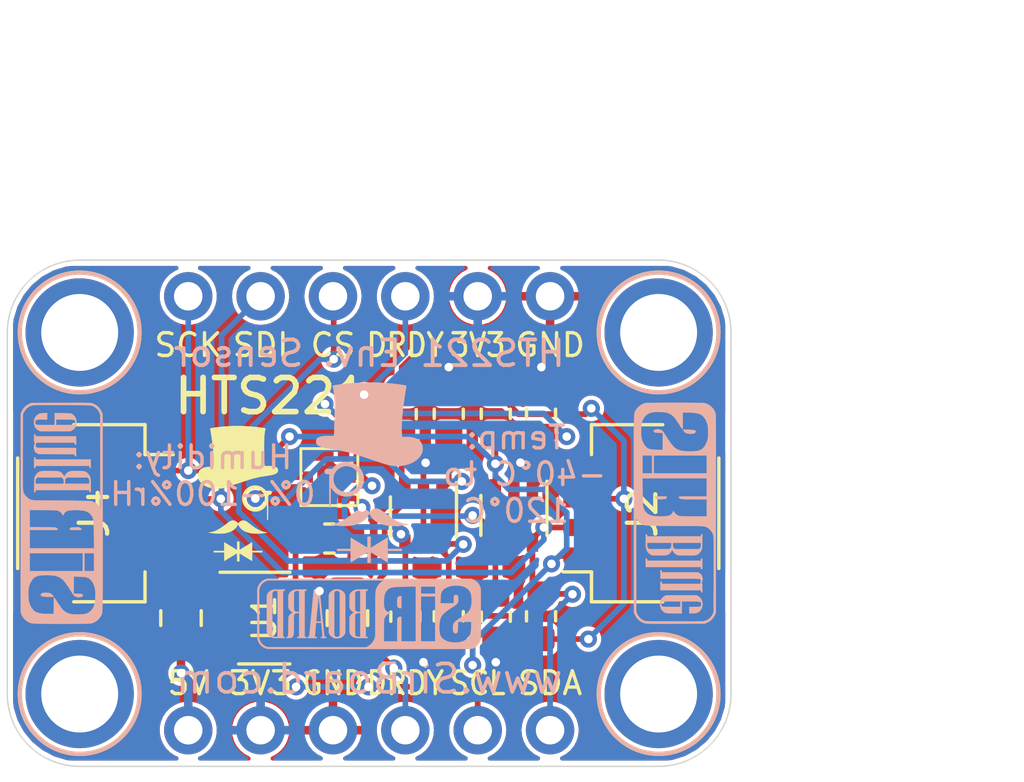
<source format=kicad_pcb>
(kicad_pcb (version 20171130) (host pcbnew "(5.1.2)-2")
  (title_block (title "HTS221 Breakout with 5V Level Shift") (date 2020-03-19) (rev 1) (company SirBoard) (comment 1 www.SirBoard.com) (comment 2 "16 Bit Temperature Range Extending from -40°C to +120°C") (comment 3 "16 Bit Humidity Range Extending from 0% rH to 100% rH") (comment 4 "HTS221 - SirBlue"))
  (layers (0 F.Cu signal) (31 B.Cu signal) (34 B.Paste user hide) (35 F.Paste user hide) (36 B.SilkS user) (37 F.SilkS user) (38 B.Mask user hide) (39 F.Mask user hide) (44 Edge.Cuts user))
  (net 0 "")
  (net 1 GND)
  (net 2 5V)
  (net 3 3V3)
  (net 4 "Net-(U1-Pad4)")
  (net 5 SCL_5V)
  (net 6 SDA_3V3)
  (net 7 SDA_5V)
  (net 8 SCL_3V3)
  (net 9 CS_5V)
  (net 10 CS_3V3)
  (net 11 DRDY_5V)
  (net 12 DRDY_3V3)
  (module SirBoardLibrary:HLGA-6L_2mmX2mm_P=0.75mm (layer F.Cu) (at 63.881 34.6964 90)
    (fp_text reference U2 hide)
    (fp_text value HTS221 hide)
    (pad 6 smd rect (at 0 -0.75) (size 0.35 0.4) (layers F.Cu F.Paste F.Mask) (net 10 CS_3V3))
    (pad 5 smd rect (at 0.75 -0.5 270) (size 0.35 0.4) (layers F.Cu F.Paste F.Mask) (net 1 GND))
    (pad 4 smd rect (at 0.75 0.5 270) (size 0.35 0.4) (layers F.Cu F.Paste F.Mask) (net 6 SDA_3V3))
    (pad 3 smd rect (at 0 0.75 180) (size 0.35 0.4) (layers F.Cu F.Paste F.Mask) (net 12 DRDY_3V3))
    (pad 2 smd rect (at -0.75 0.5 90) (size 0.35 0.4) (layers F.Cu F.Paste F.Mask) (net 8 SCL_3V3))
    (pad 1 smd rect (at -0.75 -0.5 90) (size 0.35 0.4) (layers F.Cu F.Paste F.Mask) (net 3 3V3))
  )
  (module Connector_PinHeader_2.54mm:PinHeader_1x06_P2.54mm_Vertical (layer B.Cu) (at 58.928 28.3464 270)
    (fp_text reference J3 hide)
    (fp_text value Conn_01x06)
    (pad 6 thru_hole oval (at 0 -12.7 270) (size 1.7 1.7) (drill 1) (layers *.Cu *.Mask) (net 1 GND))
    (pad 5 thru_hole oval (at 0 -10.16 270) (size 1.7 1.7) (drill 1) (layers *.Cu *.Mask) (net 3 3V3))
    (pad 4 thru_hole oval (at 0 -7.62 270) (size 1.7 1.7) (drill 1) (layers *.Cu *.Mask) (net 11 DRDY_5V))
    (pad 3 thru_hole oval (at 0 -5.08 270) (size 1.7 1.7) (drill 1) (layers *.Cu *.Mask) (net 9 CS_5V))
    (pad 2 thru_hole oval (at 0 -2.54 270) (size 1.7 1.7) (drill 1) (layers *.Cu *.Mask) (net 7 SDA_5V))
    (pad 1 thru_hole circle (at 0 0 270) (size 1.7 1.7) (drill 1) (layers *.Cu *.Mask) (net 5 SCL_5V))
  )
  (module logo:logo47x67 (layer F.Cu) (at 60.6806 35.2806)
    (fp_text reference G*** hide)
    (fp_text value LOGO hide)
  )
  (module Capacitor_SMD:C_0603_1608Metric (layer F.Cu) (at 63.881 36.8554)
    (fp_text reference C2 hide)
    (fp_text value 100nF)
    (pad 2 smd roundrect (at 0.7875 0) (size 0.875 0.95) (layers F.Cu F.Paste F.Mask) (net 1 GND))
    (pad 1 smd roundrect (at -0.7875 0) (size 0.875 0.95) (layers F.Cu F.Paste F.Mask) (net 3 3V3))
  )
  (module logo:SirBoard79x25 (layer B.Cu) (at 65.278 39.497 180)
    (fp_text reference G*** hide)
    (fp_text value LOGO hide)
  )
  (module logo:logo63x89 (layer B.Cu) (at 65.278 34.544 180)
    (fp_text reference G*** hide)
    (fp_text value LOGO hide)
  )
  (module logo:SirBlue78x29 (layer B.Cu) (at 76.0095 35.9664 270)
    (fp_text reference G*** hide)
    (fp_text value LOGO hide)
  )
  (module logo:SirBlue78x29 (layer B.Cu) (at 54.483 35.9664 90)
    (fp_text reference G*** hide)
    (fp_text value LOGO hide)
  )
  (module Connector_PinHeader_2.54mm:PinHeader_1x06_P2.54mm_Vertical (layer B.Cu) (at 58.928 43.5864 270)
    (fp_text reference J1 hide)
    (fp_text value Conn_01x06)
    (pad 6 thru_hole oval (at 0 -12.7 270) (size 1.7 1.7) (drill 1) (layers *.Cu *.Mask) (net 7 SDA_5V))
    (pad 5 thru_hole oval (at 0 -10.16 270) (size 1.7 1.7) (drill 1) (layers *.Cu *.Mask) (net 5 SCL_5V))
    (pad 4 thru_hole oval (at 0 -7.62 270) (size 1.7 1.7) (drill 1) (layers *.Cu *.Mask) (net 11 DRDY_5V))
    (pad 3 thru_hole oval (at 0 -5.08 270) (size 1.7 1.7) (drill 1) (layers *.Cu *.Mask) (net 1 GND))
    (pad 2 thru_hole oval (at 0 -2.54 270) (size 1.7 1.7) (drill 1) (layers *.Cu *.Mask) (net 3 3V3))
    (pad 1 thru_hole circle (at 0 0 270) (size 1.7 1.7) (drill 1) (layers *.Cu *.Mask) (net 2 5V))
  )
  (module Package_TO_SOT_SMD:SOT-23-5 (layer F.Cu) (at 61.595 39.6494)
    (fp_text reference U1 (at 0 0 90) (layer F.SilkS) (effects (font (size 0.8 0.8) (thickness 0.12))))
    (fp_text value AP2127K-3.3)
    (pad 5 smd rect (at 1.1 -0.95) (size 1.06 0.65) (layers F.Cu F.Paste F.Mask) (net 3 3V3))
    (pad 4 smd rect (at 1.1 0.95) (size 1.06 0.65) (layers F.Cu F.Paste F.Mask) (net 4 "Net-(U1-Pad4)"))
    (pad 3 smd rect (at -1.1 0.95) (size 1.06 0.65) (layers F.Cu F.Paste F.Mask) (net 2 5V))
    (pad 2 smd rect (at -1.1 0) (size 1.06 0.65) (layers F.Cu F.Paste F.Mask) (net 1 GND))
    (pad 1 smd rect (at -1.1 -0.95) (size 1.06 0.65) (layers F.Cu F.Paste F.Mask) (net 2 5V))
  )
  (module Connector_JST:JST_SH_SM04B-SRSS-TB_1x04-1MP_P1.00mm_Horizontal (layer F.Cu) (at 55.626 35.9664 270)
    (fp_text reference J4 (at 0 0 270) (layer F.SilkS))
    (fp_text value Conn_01x04)
    (pad MP smd roundrect (at 2.8 1.875 270) (size 1.2 1.8) (layers F.Cu F.Paste F.Mask) (roundrect_rratio 0.208333))
    (pad MP smd roundrect (at -2.8 1.875 270) (size 1.2 1.8) (layers F.Cu F.Paste F.Mask) (roundrect_rratio 0.208333))
    (pad 4 smd roundrect (at 1.5 -2 270) (size 0.6 1.55) (layers F.Cu F.Paste F.Mask) (net 1 GND))
    (pad 3 smd roundrect (at 0.5 -2 270) (size 0.6 1.55) (layers F.Cu F.Paste F.Mask) (net 2 5V))
    (pad 2 smd roundrect (at -0.5 -2 270) (size 0.6 1.55) (layers F.Cu F.Paste F.Mask) (net 7 SDA_5V))
    (pad 1 smd roundrect (at -1.5 -2 270) (size 0.6 1.55) (layers F.Cu F.Paste F.Mask) (net 5 SCL_5V))
  )
  (module Connector_JST:JST_SH_SM04B-SRSS-TB_1x04-1MP_P1.00mm_Horizontal (layer F.Cu) (at 74.8665 35.9664 90)
    (fp_text reference J2 (at 0 0 90) (layer F.SilkS))
    (fp_text value Conn_01x04)
    (pad MP smd roundrect (at 2.8 1.875 90) (size 1.2 1.8) (layers F.Cu F.Paste F.Mask) (roundrect_rratio 0.208333))
    (pad MP smd roundrect (at -2.8 1.875 90) (size 1.2 1.8) (layers F.Cu F.Paste F.Mask) (roundrect_rratio 0.208333))
    (pad 4 smd roundrect (at 1.5 -2 90) (size 0.6 1.55) (layers F.Cu F.Paste F.Mask) (net 1 GND))
    (pad 3 smd roundrect (at 0.5 -2 90) (size 0.6 1.55) (layers F.Cu F.Paste F.Mask) (net 2 5V))
    (pad 2 smd roundrect (at -0.5 -2 90) (size 0.6 1.55) (layers F.Cu F.Paste F.Mask) (net 7 SDA_5V))
    (pad 1 smd roundrect (at -1.5 -2 90) (size 0.6 1.55) (layers F.Cu F.Paste F.Mask) (net 5 SCL_5V))
  )
  (module Capacitor_SMD:C_0805_2012Metric (layer F.Cu) (at 64.516 39.6494 270)
    (fp_text reference C4 hide)
    (fp_text value 10uF)
    (pad 2 smd roundrect (at 0.9375 0 270) (size 0.975 1.4) (layers F.Cu F.Paste F.Mask) (net 1 GND))
    (pad 1 smd roundrect (at -0.9375 0 270) (size 0.975 1.4) (layers F.Cu F.Paste F.Mask) (net 3 3V3))
  )
  (module Capacitor_SMD:C_0805_2012Metric (layer F.Cu) (at 58.674 39.6494 90)
    (fp_text reference C1 hide)
    (fp_text value 10uF)
    (pad 2 smd roundrect (at 0.9375 0 90) (size 0.975 1.4) (layers F.Cu F.Paste F.Mask) (net 1 GND))
    (pad 1 smd roundrect (at -0.9375 0 90) (size 0.975 1.4) (layers F.Cu F.Paste F.Mask) (net 2 5V))
  )
  (module SirBoardLibrary:MountingHole_M2.5_SirBoard (layer F.Cu) (at 55.118 42.3164 270)
    (fp_text reference H1 hide)
    (fp_text value MountingHole)
    (pad 1 thru_hole circle (at 0 0 270) (size 3.8 3.8) (drill 2.7) (layers *.Cu *.Mask))
  )
  (module SirBoardLibrary:MountingHole_M2.5_SirBoard (layer F.Cu) (at 55.118 29.6164 270)
    (fp_text reference H2 hide)
    (fp_text value MountingHole)
    (pad 1 thru_hole circle (at 0 0 270) (size 3.8 3.8) (drill 2.7) (layers *.Cu *.Mask))
  )
  (module SirBoardLibrary:MountingHole_M2.5_SirBoard (layer F.Cu) (at 75.438 42.3164 90)
    (fp_text reference H3 hide)
    (fp_text value MountingHole)
    (pad 1 thru_hole circle (at 0 0 90) (size 3.8 3.8) (drill 2.7) (layers *.Cu *.Mask))
  )
  (module SirBoardLibrary:MountingHole_M2.5_SirBoard (layer F.Cu) (at 75.438 29.6164 90)
    (fp_text reference H4 hide)
    (fp_text value MountingHole)
    (pad 1 thru_hole circle (at 0 0 90) (size 3.8 3.8) (drill 2.7) (layers *.Cu *.Mask))
  )
  (module Resistor_SMD:R_0603_1608Metric (layer F.Cu) (at 66.421 32.4866 270)
    (fp_text reference R8 hide)
    (fp_text value 10K)
    (pad 2 smd roundrect (at 0.7875 0 270) (size 0.875 0.95) (layers F.Cu F.Paste F.Mask) (net 11 DRDY_5V))
    (pad 1 smd roundrect (at -0.7875 0 270) (size 0.875 0.95) (layers F.Cu F.Paste F.Mask) (net 2 5V))
  )
  (module Resistor_SMD:R_0603_1608Metric (layer F.Cu) (at 66.548 39.5986 270)
    (fp_text reference R7 hide)
    (fp_text value 10K)
    (pad 2 smd roundrect (at 0.7875 0 270) (size 0.875 0.95) (layers F.Cu F.Paste F.Mask) (net 3 3V3))
    (pad 1 smd roundrect (at -0.7875 0 270) (size 0.875 0.95) (layers F.Cu F.Paste F.Mask) (net 12 DRDY_3V3))
  )
  (module Resistor_SMD:R_0603_1608Metric (layer F.Cu) (at 68.072 39.5859 90)
    (fp_text reference R6 hide)
    (fp_text value 10K)
    (pad 2 smd roundrect (at 0.7875 0 90) (size 0.875 0.95) (layers F.Cu F.Paste F.Mask) (net 9 CS_5V))
    (pad 1 smd roundrect (at -0.7875 0 90) (size 0.875 0.95) (layers F.Cu F.Paste F.Mask) (net 2 5V))
  )
  (module Resistor_SMD:R_0603_1608Metric (layer F.Cu) (at 68.072 32.4739 90)
    (fp_text reference R5 hide)
    (fp_text value 10K)
    (pad 2 smd roundrect (at 0.7875 0 90) (size 0.875 0.95) (layers F.Cu F.Paste F.Mask) (net 3 3V3))
    (pad 1 smd roundrect (at -0.7875 0 90) (size 0.875 0.95) (layers F.Cu F.Paste F.Mask) (net 10 CS_3V3))
  )
  (module Resistor_SMD:R_0603_1608Metric (layer F.Cu) (at 69.723 32.4739 270)
    (fp_text reference R4 hide)
    (fp_text value 10K)
    (pad 2 smd roundrect (at 0.7875 0 270) (size 0.875 0.95) (layers F.Cu F.Paste F.Mask) (net 5 SCL_5V))
    (pad 1 smd roundrect (at -0.7875 0 270) (size 0.875 0.95) (layers F.Cu F.Paste F.Mask) (net 2 5V))
  )
  (module Resistor_SMD:R_0603_1608Metric (layer F.Cu) (at 69.723 39.5986 270)
    (fp_text reference R3 hide)
    (fp_text value 10K)
    (pad 2 smd roundrect (at 0.7875 0 270) (size 0.875 0.95) (layers F.Cu F.Paste F.Mask) (net 3 3V3))
    (pad 1 smd roundrect (at -0.7875 0 270) (size 0.875 0.95) (layers F.Cu F.Paste F.Mask) (net 8 SCL_3V3))
  )
  (module Resistor_SMD:R_0603_1608Metric (layer F.Cu) (at 71.3105 39.5859 90)
    (fp_text reference R2 hide)
    (fp_text value 10K)
    (pad 2 smd roundrect (at 0.7875 0 90) (size 0.875 0.95) (layers F.Cu F.Paste F.Mask) (net 7 SDA_5V))
    (pad 1 smd roundrect (at -0.7875 0 90) (size 0.875 0.95) (layers F.Cu F.Paste F.Mask) (net 2 5V))
  )
  (module Resistor_SMD:R_0603_1608Metric (layer F.Cu) (at 71.3105 32.4739 90)
    (fp_text reference R1 hide)
    (fp_text value 10K)
    (pad 2 smd roundrect (at 0.7875 0 90) (size 0.875 0.95) (layers F.Cu F.Paste F.Mask) (net 3 3V3))
    (pad 1 smd roundrect (at -0.7875 0 90) (size 0.875 0.95) (layers F.Cu F.Paste F.Mask) (net 6 SDA_3V3))
  )
  (module Package_TO_SOT_SMD:SOT-363_SC-70-6 (layer F.Cu) (at 67.183 36.0934 270)
    (fp_text reference Q2 hide)
    (fp_text value BSS138DW)
    (pad 6 smd rect (at 0.95 -0.65 270) (size 0.65 0.4) (layers F.Cu F.Paste F.Mask) (net 9 CS_5V))
    (pad 4 smd rect (at 0.95 0.65 270) (size 0.65 0.4) (layers F.Cu F.Paste F.Mask) (net 12 DRDY_3V3))
    (pad 2 smd rect (at -0.95 0 270) (size 0.65 0.4) (layers F.Cu F.Paste F.Mask) (net 3 3V3))
    (pad 5 smd rect (at 0.95 0 270) (size 0.65 0.4) (layers F.Cu F.Paste F.Mask) (net 3 3V3))
    (pad 3 smd rect (at -0.95 0.65 270) (size 0.65 0.4) (layers F.Cu F.Paste F.Mask) (net 11 DRDY_5V))
    (pad 1 smd rect (at -0.95 -0.65 270) (size 0.65 0.4) (layers F.Cu F.Paste F.Mask) (net 10 CS_3V3))
  )
  (module Package_TO_SOT_SMD:SOT-363_SC-70-6 (layer F.Cu) (at 70.358 36.0426 270)
    (fp_text reference Q1 hide)
    (fp_text value BSS138DW)
    (pad 6 smd rect (at 0.95 -0.65 270) (size 0.65 0.4) (layers F.Cu F.Paste F.Mask) (net 7 SDA_5V))
    (pad 4 smd rect (at 0.95 0.65 270) (size 0.65 0.4) (layers F.Cu F.Paste F.Mask) (net 8 SCL_3V3))
    (pad 2 smd rect (at -0.95 0 270) (size 0.65 0.4) (layers F.Cu F.Paste F.Mask) (net 3 3V3))
    (pad 5 smd rect (at 0.95 0 270) (size 0.65 0.4) (layers F.Cu F.Paste F.Mask) (net 3 3V3))
    (pad 3 smd rect (at -0.95 0.65 270) (size 0.65 0.4) (layers F.Cu F.Paste F.Mask) (net 5 SCL_5V))
    (pad 1 smd rect (at -0.95 -0.65 270) (size 0.65 0.4) (layers F.Cu F.Paste F.Mask) (net 6 SDA_3V3))
  )
  (gr_text HTS221 (at 61.849 31.8516) (layer F.SilkS) (effects (font (size 1.2 1.2) (thickness 0.2))))
  (gr_text 3V3 (at 69.088 30.0609) (layer F.SilkS) (effects (font (size 0.8 0.7) (thickness 0.12))))
  (gr_text "Humidity:\n0%-100%rH" (at 59.7916 34.6456) (layer B.SilkS) (effects (font (size 0.8 0.8) (thickness 0.12)) (justify mirror)))
  (gr_text "Temp:\n-40°C to \n120°C" (at 70.4342 34.5948) (layer B.SilkS) (effects (font (size 0.8 0.8) (thickness 0.12)) (justify mirror)))
  (gr_text GND (at 71.628 30.0609) (layer F.SilkS) (effects (font (size 0.8 0.8) (thickness 0.12))))
  (gr_text SCK (at 58.928 30.0609) (layer F.SilkS) (effects (font (size 0.8 0.8) (thickness 0.12))))
  (gr_text SDI (at 61.468 30.0609) (layer F.SilkS) (effects (font (size 0.8 0.8) (thickness 0.12))))
  (gr_text CS (at 64.008 30.0609) (layer F.SilkS) (effects (font (size 0.8 0.8) (thickness 0.12))))
  (gr_text DRDY (at 66.548 30.0609) (layer F.SilkS) (effects (font (size 0.8 0.7) (thickness 0.12))))
  (gr_text 5V (at 58.928 41.9354) (layer F.SilkS) (effects (font (size 0.8 0.8) (thickness 0.12))))
  (gr_text 3V3 (at 61.468 41.9354) (layer F.SilkS) (effects (font (size 0.8 0.8) (thickness 0.12))))
  (gr_text GND (at 64.008 41.9354) (layer F.SilkS) (effects (font (size 0.8 0.7) (thickness 0.12))))
  (gr_text DRDY (at 66.548 41.9354) (layer F.SilkS) (effects (font (size 0.8 0.7) (thickness 0.12))))
  (gr_text SCL (at 69.088 41.9354) (layer F.SilkS) (effects (font (size 0.8 0.7) (thickness 0.12))))
  (gr_text SDA (at 71.628 41.9354) (layer F.SilkS) (effects (font (size 0.8 0.8) (thickness 0.12))))
  (gr_arc (start 55.118 29.6164) (end 55.118 27.0764) (angle -90) (layer Edge.Cuts) (width 0.05))
  (gr_arc (start 75.438 29.6164) (end 77.978 29.6164) (angle -90) (layer Edge.Cuts) (width 0.05))
  (gr_arc (start 75.438 42.3164) (end 75.438 44.8564) (angle -90) (layer Edge.Cuts) (width 0.05))
  (gr_arc (start 55.118 42.3164) (end 52.578 42.3164) (angle -90) (layer Edge.Cuts) (width 0.05))
  (gr_line (start 52.578 42.3164) (end 52.578 29.6164) (layer Edge.Cuts) (width 0.05))
  (gr_line (start 55.118 27.0764) (end 75.438 27.0764) (layer Edge.Cuts) (width 0.05))
  (gr_line (start 77.978 29.6164) (end 77.978 42.3164) (layer Edge.Cuts) (width 0.05))
  (gr_line (start 75.438 44.8564) (end 55.118 44.8564) (layer Edge.Cuts) (width 0.05))
  (gr_text "HTS221 Env. Sensor" (at 65.278 30.353) (layer B.SilkS) (effects (font (size 0.9 0.9) (thickness 0.135)) (justify mirror)))
  (gr_text www.SirBoard.com (at 65.278 41.783) (layer B.SilkS) (effects (font (size 1 1) (thickness 0.13)) (justify mirror)))
  (segment (start 61.153 40.5994) (end 60.495 40.5994) (width 0.3) (layer F.Cu) (net 2))
  (segment (start 61.595 40.1574) (end 61.153 40.5994) (width 0.3) (layer F.Cu) (net 2))
  (segment (start 61.595 39.1414) (end 61.595 40.1574) (width 0.3) (layer F.Cu) (net 2))
  (segment (start 60.495 38.6994) (end 61.153 38.6994) (width 0.3) (layer F.Cu) (net 2))
  (segment (start 61.153 38.6994) (end 61.595 39.1414) (width 0.3) (layer F.Cu) (net 2))
  (segment (start 60.4825 40.5869) (end 60.495 40.5994) (width 0.3) (layer F.Cu) (net 2))
  (segment (start 58.674 40.5869) (end 60.4825 40.5869) (width 0.3) (layer F.Cu) (net 2))
  (segment (start 58.674 40.5869) (end 58.674 41.5798) (width 0.3) (layer F.Cu) (net 2))
  (segment (start 58.928 41.8338) (end 58.928 43.5864) (width 0.3) (layer B.Cu) (net 2))
  (segment (start 58.674 41.5798) (end 58.928 41.8338) (width 0.3) (layer B.Cu) (net 2))
  (via (at 58.674 41.5798) (size 0.6) (drill 0.3) (layers F.Cu B.Cu) (net 2))
  (segment (start 60.495 38.016) (end 60.495 38.6994) (width 0.3) (layer F.Cu) (net 2))
  (segment (start 57.626 36.4664) (end 58.9454 36.4664) (width 0.3) (layer F.Cu) (net 2))
  (segment (start 58.9454 36.4664) (end 60.495 38.016) (width 0.3) (layer F.Cu) (net 2))
  (via (at 74.2188 35.4584) (size 0.6) (drill 0.3) (layers F.Cu B.Cu) (net 2))
  (segment (start 72.8745 35.4584) (end 72.8665 35.4664) (width 0.2) (layer F.Cu) (net 2))
  (segment (start 74.2188 35.4584) (end 72.8745 35.4584) (width 0.2) (layer F.Cu) (net 2))
  (segment (start 70.848888 39.911788) (end 71.3105 40.3734) (width 0.2) (layer F.Cu) (net 2))
  (segment (start 70.5103 39.5732) (end 70.848888 39.911788) (width 0.2) (layer F.Cu) (net 2))
  (segment (start 68.072 40.3734) (end 68.8722 39.5732) (width 0.2) (layer F.Cu) (net 2))
  (segment (start 68.8722 39.5732) (end 70.5103 39.5732) (width 0.2) (layer F.Cu) (net 2))
  (via (at 72.9742 40.386) (size 0.6) (drill 0.3) (layers F.Cu B.Cu) (net 2))
  (segment (start 71.3231 40.386) (end 71.3105 40.3734) (width 0.2) (layer F.Cu) (net 2))
  (segment (start 72.9742 40.386) (end 71.3231 40.386) (width 0.2) (layer F.Cu) (net 2))
  (segment (start 74.2188 39.1414) (end 72.9742 40.386) (width 0.2) (layer B.Cu) (net 2))
  (segment (start 74.2188 35.4584) (end 74.2188 39.1414) (width 0.2) (layer B.Cu) (net 2))
  (segment (start 60.495 41.1244) (end 61.433 42.0624) (width 0.2) (layer F.Cu) (net 2))
  (segment (start 60.495 40.5994) (end 60.495 41.1244) (width 0.2) (layer F.Cu) (net 2))
  (segment (start 61.433 42.0624) (end 62.7126 42.0624) (width 0.2) (layer F.Cu) (net 2))
  (segment (start 68.072 41.5798) (end 68.072 40.3734) (width 0.2) (layer F.Cu) (net 2))
  (segment (start 67.5894 42.0624) (end 68.072 41.5798) (width 0.2) (layer F.Cu) (net 2))
  (segment (start 62.7126 42.0624) (end 65.2526 42.0624) (width 0.2) (layer B.Cu) (net 2))
  (via (at 62.7126 42.0624) (size 0.6) (drill 0.3) (layers F.Cu B.Cu) (net 2))
  (segment (start 65.2526 42.0624) (end 67.5894 42.0624) (width 0.2) (layer F.Cu) (net 2))
  (via (at 65.2526 42.0624) (size 0.6) (drill 0.3) (layers F.Cu B.Cu) (net 2))
  (segment (start 73.375799 32.583399) (end 73.0758 32.2834) (width 0.2) (layer B.Cu) (net 2))
  (segment (start 74.2188 33.4264) (end 73.375799 32.583399) (width 0.2) (layer B.Cu) (net 2))
  (segment (start 74.2188 35.4584) (end 74.2188 33.4264) (width 0.2) (layer B.Cu) (net 2))
  (via (at 73.0758 32.2834) (size 0.6) (drill 0.3) (layers F.Cu B.Cu) (net 2))
  (segment (start 72.8726 32.4866) (end 73.0758 32.2834) (width 0.2) (layer F.Cu) (net 2))
  (segment (start 69.723 31.6864) (end 70.5232 32.4866) (width 0.2) (layer F.Cu) (net 2))
  (segment (start 70.5232 32.4866) (end 72.8726 32.4866) (width 0.2) (layer F.Cu) (net 2))
  (segment (start 69.723 30.8864) (end 69.723 31.6864) (width 0.2) (layer F.Cu) (net 2))
  (segment (start 68.8086 29.972) (end 69.723 30.8864) (width 0.2) (layer F.Cu) (net 2))
  (segment (start 67.2846 29.972) (end 68.8086 29.972) (width 0.2) (layer F.Cu) (net 2))
  (segment (start 66.421 31.6991) (end 66.421 30.8356) (width 0.2) (layer F.Cu) (net 2))
  (segment (start 66.421 30.8356) (end 67.2846 29.972) (width 0.2) (layer F.Cu) (net 2))
  (via (at 70.5866 34.1884) (size 0.6) (drill 0.3) (layers F.Cu B.Cu) (net 3))
  (segment (start 70.358 35.0926) (end 70.358 34.417) (width 0.2) (layer F.Cu) (net 3))
  (segment (start 70.358 34.417) (end 70.5866 34.1884) (width 0.2) (layer F.Cu) (net 3))
  (segment (start 64.5035 38.6994) (end 64.516 38.7119) (width 0.3) (layer F.Cu) (net 3))
  (segment (start 62.695 38.6994) (end 63.5356 38.6994) (width 0.3) (layer F.Cu) (net 3))
  (segment (start 67.183 35.1434) (end 67.183 37.0434) (width 0.2) (layer F.Cu) (net 3))
  (segment (start 63.0935 35.7339) (end 63.381 35.4464) (width 0.2) (layer F.Cu) (net 3))
  (segment (start 63.0935 36.8554) (end 63.0935 35.7339) (width 0.2) (layer F.Cu) (net 3))
  (segment (start 62.695 37.2539) (end 63.0935 36.8554) (width 0.2) (layer F.Cu) (net 3))
  (segment (start 62.695 38.6994) (end 62.695 37.2539) (width 0.2) (layer F.Cu) (net 3))
  (via (at 68.072 30.835598) (size 0.6) (drill 0.3) (layers F.Cu B.Cu) (net 3))
  (segment (start 68.072 31.6864) (end 68.072 30.835598) (width 0.2) (layer F.Cu) (net 3))
  (via (at 71.3232 30.8356) (size 0.6) (drill 0.3) (layers F.Cu B.Cu) (net 3))
  (segment (start 71.3105 31.6864) (end 71.3105 30.8483) (width 0.2) (layer F.Cu) (net 3))
  (segment (start 71.3105 30.8483) (end 71.3232 30.8356) (width 0.2) (layer F.Cu) (net 3))
  (via (at 69.723 41.1988) (size 0.6) (drill 0.3) (layers F.Cu B.Cu) (net 3))
  (segment (start 69.723 40.3861) (end 69.723 41.1988) (width 0.2) (layer F.Cu) (net 3))
  (segment (start 63.5356 38.6994) (end 64.5035 38.6994) (width 0.3) (layer F.Cu) (net 3))
  (via (at 63.5356 38.6994) (size 0.6) (drill 0.3) (layers F.Cu B.Cu) (net 3))
  (via (at 67.183 41.1988) (size 0.6) (drill 0.3) (layers F.Cu B.Cu) (net 3))
  (segment (start 66.548 40.3861) (end 66.548 40.5638) (width 0.2) (layer F.Cu) (net 3))
  (segment (start 66.548 40.5638) (end 67.183 41.1988) (width 0.2) (layer F.Cu) (net 3))
  (segment (start 67.183 35.1434) (end 67.183 34.27099) (width 0.2) (layer F.Cu) (net 3))
  (segment (start 67.183 34.27099) (end 67.2592 34.19479) (width 0.2) (layer F.Cu) (net 3))
  (via (at 67.2592 34.19479) (size 0.6) (drill 0.3) (layers F.Cu B.Cu) (net 3))
  (segment (start 70.358 36.9926) (end 70.358 35.0926) (width 0.2) (layer F.Cu) (net 3))
  (segment (start 69.708 33.2764) (end 69.723 33.2614) (width 0.2) (layer F.Cu) (net 5))
  (segment (start 69.708 35.0926) (end 69.708 34.2288) (width 0.2) (layer F.Cu) (net 5))
  (segment (start 69.708 34.2288) (end 69.708 33.2764) (width 0.2) (layer F.Cu) (net 5))
  (via (at 69.708 34.2288) (size 0.6) (drill 0.3) (layers F.Cu B.Cu) (net 5))
  (via (at 58.928 34.4678) (size 0.6) (drill 0.3) (layers F.Cu B.Cu) (net 5))
  (segment (start 58.928 28.3464) (end 58.928 34.4678) (width 0.2) (layer B.Cu) (net 5))
  (segment (start 57.6274 34.4678) (end 57.626 34.4664) (width 0.2) (layer F.Cu) (net 5))
  (segment (start 58.928 34.4678) (end 57.6274 34.4678) (width 0.2) (layer F.Cu) (net 5))
  (via (at 71.6788 37.7444) (size 0.6) (drill 0.3) (layers F.Cu B.Cu) (net 5))
  (segment (start 72.8665 37.4664) (end 71.9568 37.4664) (width 0.2) (layer F.Cu) (net 5))
  (segment (start 71.9568 37.4664) (end 71.6788 37.7444) (width 0.2) (layer F.Cu) (net 5))
  (via (at 68.9102 41.3004) (size 0.6) (drill 0.3) (layers F.Cu B.Cu) (net 5))
  (segment (start 72.2122 37.211) (end 71.6788 37.7444) (width 0.2) (layer B.Cu) (net 5))
  (segment (start 72.2122 35.941) (end 72.2122 37.211) (width 0.2) (layer B.Cu) (net 5))
  (segment (start 71.3994 35.1282) (end 72.2122 35.941) (width 0.2) (layer B.Cu) (net 5))
  (segment (start 70.183136 35.1282) (end 71.3994 35.1282) (width 0.2) (layer B.Cu) (net 5))
  (segment (start 69.708 34.2288) (end 69.708 34.653064) (width 0.2) (layer B.Cu) (net 5))
  (segment (start 69.708 34.653064) (end 70.183136 35.1282) (width 0.2) (layer B.Cu) (net 5))
  (via (at 62.484 33.274) (size 0.6) (drill 0.3) (layers F.Cu B.Cu) (net 5))
  (segment (start 58.928 34.4678) (end 61.2902 34.4678) (width 0.2) (layer F.Cu) (net 5))
  (segment (start 61.2902 34.4678) (end 62.484 33.274) (width 0.2) (layer F.Cu) (net 5))
  (segment (start 68.7532 33.274) (end 69.708 34.2288) (width 0.2) (layer B.Cu) (net 5))
  (segment (start 62.484 33.274) (end 68.7532 33.274) (width 0.2) (layer B.Cu) (net 5))
  (segment (start 68.9102 41.3004) (end 68.9102 40.513) (width 0.2) (layer B.Cu) (net 5))
  (segment (start 68.9102 40.513) (end 71.6788 37.7444) (width 0.2) (layer B.Cu) (net 5))
  (segment (start 69.088 43.5864) (end 69.088 41.4782) (width 0.2) (layer F.Cu) (net 5))
  (segment (start 69.088 41.4782) (end 68.9102 41.3004) (width 0.2) (layer F.Cu) (net 5))
  (segment (start 71.3105 34.7901) (end 71.008 35.0926) (width 0.2) (layer F.Cu) (net 6))
  (segment (start 71.3105 33.2614) (end 71.3105 34.7901) (width 0.2) (layer F.Cu) (net 6))
  (via (at 72.2122 33.274) (size 0.6) (drill 0.3) (layers F.Cu B.Cu) (net 6))
  (segment (start 71.3231 33.274) (end 71.3105 33.2614) (width 0.2) (layer F.Cu) (net 6))
  (segment (start 72.2122 33.274) (end 71.3231 33.274) (width 0.2) (layer F.Cu) (net 6))
  (segment (start 64.058802 32.461202) (end 64.028599 32.430999) (width 0.2) (layer B.Cu) (net 6))
  (segment (start 72.2122 33.274) (end 71.399402 32.461202) (width 0.2) (layer B.Cu) (net 6))
  (segment (start 64.381 33.9464) (end 64.381 32.7834) (width 0.2) (layer F.Cu) (net 6))
  (segment (start 64.381 32.7834) (end 64.028599 32.430999) (width 0.2) (layer F.Cu) (net 6))
  (segment (start 64.028599 32.430999) (end 63.7286 32.131) (width 0.2) (layer B.Cu) (net 6))
  (segment (start 71.399402 32.461202) (end 64.058802 32.461202) (width 0.2) (layer B.Cu) (net 6))
  (segment (start 64.028599 32.430999) (end 63.7286 32.131) (width 0.2) (layer F.Cu) (net 6))
  (via (at 63.7286 32.131) (size 0.6) (drill 0.3) (layers F.Cu B.Cu) (net 6))
  (segment (start 71.008 36.8676) (end 71.008 36.9926) (width 0.2) (layer F.Cu) (net 7))
  (segment (start 71.4092 36.4664) (end 71.008 36.8676) (width 0.2) (layer F.Cu) (net 7))
  (segment (start 72.8665 36.4664) (end 71.4092 36.4664) (width 0.2) (layer F.Cu) (net 7))
  (via (at 60.071 35.4584) (size 0.6) (drill 0.3) (layers F.Cu B.Cu) (net 7))
  (segment (start 57.626 35.4664) (end 60.063 35.4664) (width 0.2) (layer F.Cu) (net 7))
  (segment (start 60.063 35.4664) (end 60.071 35.4584) (width 0.2) (layer F.Cu) (net 7))
  (segment (start 60.0964 35.433) (end 60.071 35.4584) (width 0.2) (layer B.Cu) (net 7))
  (segment (start 61.468 28.3464) (end 60.0964 29.718) (width 0.2) (layer B.Cu) (net 7))
  (segment (start 60.0964 29.718) (end 60.0964 35.433) (width 0.2) (layer B.Cu) (net 7))
  (segment (start 71.008 38.4959) (end 71.008 36.9926) (width 0.2) (layer F.Cu) (net 7))
  (segment (start 71.3105 38.7984) (end 71.008 38.4959) (width 0.2) (layer F.Cu) (net 7))
  (via (at 71.4092 36.4664) (size 0.6) (drill 0.3) (layers F.Cu B.Cu) (net 7))
  (segment (start 71.4092 36.8964) (end 71.4092 36.4664) (width 0.2) (layer B.Cu) (net 7))
  (segment (start 70.2564 38.0492) (end 71.4092 36.8964) (width 0.2) (layer B.Cu) (net 7))
  (segment (start 62.237536 38.0492) (end 70.2564 38.0492) (width 0.2) (layer B.Cu) (net 7))
  (segment (start 60.071 35.4584) (end 60.071 35.882664) (width 0.2) (layer B.Cu) (net 7))
  (segment (start 60.071 35.882664) (end 62.237536 38.0492) (width 0.2) (layer B.Cu) (net 7))
  (via (at 72.4154 38.8112) (size 0.6) (drill 0.3) (layers F.Cu B.Cu) (net 7))
  (segment (start 71.3105 38.7984) (end 72.4026 38.7984) (width 0.2) (layer F.Cu) (net 7))
  (segment (start 72.4026 38.7984) (end 72.4154 38.8112) (width 0.2) (layer F.Cu) (net 7))
  (segment (start 71.628 39.5986) (end 71.628 43.5864) (width 0.2) (layer B.Cu) (net 7))
  (segment (start 72.4154 38.8112) (end 71.628 39.5986) (width 0.2) (layer B.Cu) (net 7))
  (segment (start 69.708 38.7961) (end 69.723 38.8111) (width 0.2) (layer F.Cu) (net 8))
  (segment (start 69.708 36.9926) (end 69.708 38.7961) (width 0.2) (layer F.Cu) (net 8))
  (via (at 68.9102 36.0426) (size 0.6) (drill 0.3) (layers F.Cu B.Cu) (net 8))
  (via (at 65.024 35.7632) (size 0.6) (drill 0.3) (layers F.Cu B.Cu) (net 8))
  (segment (start 64.381 35.4464) (end 64.781 35.4464) (width 0.2) (layer F.Cu) (net 8))
  (segment (start 64.781 35.4464) (end 65.024 35.6894) (width 0.2) (layer F.Cu) (net 8))
  (segment (start 65.024 35.6894) (end 65.024 35.7632) (width 0.2) (layer F.Cu) (net 8))
  (segment (start 65.3288 36.068) (end 65.024 35.7632) (width 0.2) (layer B.Cu) (net 8))
  (segment (start 68.9102 36.0426) (end 68.8848 36.068) (width 0.2) (layer B.Cu) (net 8))
  (segment (start 68.8848 36.068) (end 65.3288 36.068) (width 0.2) (layer B.Cu) (net 8))
  (segment (start 69.708 36.7134) (end 69.708 36.9926) (width 0.2) (layer F.Cu) (net 8))
  (segment (start 68.9102 36.0426) (end 69.0372 36.0426) (width 0.2) (layer F.Cu) (net 8))
  (segment (start 69.0372 36.0426) (end 69.708 36.7134) (width 0.2) (layer F.Cu) (net 8))
  (segment (start 67.833 37.3022) (end 67.833 37.0434) (width 0.2) (layer F.Cu) (net 9))
  (segment (start 68.072 38.7984) (end 68.072 37.5412) (width 0.2) (layer F.Cu) (net 9))
  (segment (start 68.072 37.5412) (end 67.833 37.3022) (width 0.2) (layer F.Cu) (net 9))
  (via (at 68.58 37.0586) (size 0.6) (drill 0.3) (layers F.Cu B.Cu) (net 9))
  (segment (start 67.833 37.0434) (end 68.5648 37.0434) (width 0.2) (layer F.Cu) (net 9))
  (segment (start 68.5648 37.0434) (end 68.58 37.0586) (width 0.2) (layer F.Cu) (net 9))
  (via (at 64.0334 30.5562) (size 0.6) (drill 0.3) (layers F.Cu B.Cu) (net 9))
  (segment (start 64.0334 28.3718) (end 64.008 28.3464) (width 0.2) (layer F.Cu) (net 9))
  (segment (start 64.0334 30.5562) (end 64.0334 28.3718) (width 0.2) (layer F.Cu) (net 9))
  (segment (start 63.5508 30.5562) (end 64.0334 30.5562) (width 0.2) (layer B.Cu) (net 9))
  (segment (start 60.706 33.401) (end 63.5508 30.5562) (width 0.2) (layer B.Cu) (net 9))
  (segment (start 60.706 35.9156) (end 60.706 33.401) (width 0.2) (layer B.Cu) (net 9))
  (segment (start 62.4332 37.6428) (end 60.706 35.9156) (width 0.2) (layer B.Cu) (net 9))
  (segment (start 68.58 37.0586) (end 67.9958 37.6428) (width 0.2) (layer B.Cu) (net 9))
  (segment (start 67.9958 37.6428) (end 62.4332 37.6428) (width 0.2) (layer B.Cu) (net 9))
  (segment (start 68.072 34.9044) (end 67.833 35.1434) (width 0.2) (layer F.Cu) (net 10))
  (segment (start 68.072 33.2614) (end 68.072 34.9044) (width 0.2) (layer F.Cu) (net 10))
  (via (at 61.28258 35.45332) (size 0.6) (drill 0.3) (layers F.Cu B.Cu) (net 10))
  (segment (start 63.131 34.6964) (end 62.0395 34.6964) (width 0.2) (layer F.Cu) (net 10))
  (segment (start 62.0395 34.6964) (end 61.28258 35.45332) (width 0.2) (layer F.Cu) (net 10))
  (segment (start 68.072 34.881736) (end 68.104936 34.8488) (width 0.2) (layer F.Cu) (net 10))
  (segment (start 68.104936 34.8488) (end 68.5292 34.8488) (width 0.2) (layer F.Cu) (net 10))
  (via (at 68.5292 34.8488) (size 0.6) (drill 0.3) (layers F.Cu B.Cu) (net 10))
  (segment (start 68.072 34.9044) (end 68.072 34.881736) (width 0.2) (layer F.Cu) (net 10))
  (segment (start 68.104936 34.8488) (end 68.5292 34.8488) (width 0.2) (layer B.Cu) (net 10))
  (segment (start 66.6496 34.8488) (end 68.104936 34.8488) (width 0.2) (layer B.Cu) (net 10))
  (segment (start 65.8622 34.0614) (end 66.6496 34.8488) (width 0.2) (layer B.Cu) (net 10))
  (segment (start 63.766 34.0614) (end 65.8622 34.0614) (width 0.2) (layer B.Cu) (net 10))
  (segment (start 61.28258 35.45332) (end 62.37408 35.45332) (width 0.2) (layer B.Cu) (net 10))
  (segment (start 62.37408 35.45332) (end 63.766 34.0614) (width 0.2) (layer B.Cu) (net 10))
  (segment (start 66.421 35.0314) (end 66.533 35.1434) (width 0.2) (layer F.Cu) (net 11))
  (segment (start 66.421 33.2741) (end 66.421 35.0314) (width 0.2) (layer F.Cu) (net 11))
  (via (at 65.1002 31.8008) (size 0.6) (drill 0.3) (layers F.Cu B.Cu) (net 11))
  (via (at 66.1416 41.402) (size 0.6) (drill 0.3) (layers F.Cu B.Cu) (net 11))
  (segment (start 66.441599 41.701999) (end 66.1416 41.402) (width 0.2) (layer B.Cu) (net 11))
  (segment (start 66.548 41.8084) (end 66.441599 41.701999) (width 0.2) (layer B.Cu) (net 11))
  (segment (start 66.548 43.5864) (end 66.548 41.8084) (width 0.2) (layer B.Cu) (net 11))
  (segment (start 66.548 30.353) (end 65.1002 31.8008) (width 0.2) (layer B.Cu) (net 11))
  (segment (start 66.548 28.3464) (end 66.548 30.353) (width 0.2) (layer B.Cu) (net 11))
  (segment (start 66.1925 33.2741) (end 66.421 33.2741) (width 0.2) (layer F.Cu) (net 11))
  (segment (start 65.1002 31.8008) (end 65.1002 32.1818) (width 0.2) (layer F.Cu) (net 11))
  (segment (start 65.1002 32.1818) (end 66.1925 33.2741) (width 0.2) (layer F.Cu) (net 11))
  (segment (start 66.533 35.1434) (end 66.533 35.575) (width 0.2) (layer F.Cu) (net 11))
  (segment (start 65.8241 38.0873) (end 65.8241 36.2839) (width 0.2) (layer F.Cu) (net 11))
  (segment (start 65.659 38.2524) (end 65.8241 38.0873) (width 0.2) (layer F.Cu) (net 11))
  (segment (start 65.659 40.9194) (end 65.659 38.2524) (width 0.2) (layer F.Cu) (net 11))
  (segment (start 66.1416 41.402) (end 65.659 40.9194) (width 0.2) (layer F.Cu) (net 11))
  (segment (start 66.533 35.575) (end 65.8241 36.2839) (width 0.2) (layer F.Cu) (net 11))
  (segment (start 66.548 37.0584) (end 66.533 37.0434) (width 0.2) (layer F.Cu) (net 12))
  (segment (start 66.548 38.8111) (end 66.548 37.0584) (width 0.2) (layer F.Cu) (net 12))
  (via (at 66.3956 36.703) (size 0.6) (drill 0.3) (layers F.Cu B.Cu) (net 12))
  (segment (start 66.533 37.0434) (end 66.532798 37.0434) (width 0.2) (layer F.Cu) (net 12))
  (segment (start 66.532798 37.0434) (end 66.492399 37.003001) (width 0.2) (layer F.Cu) (net 12))
  (segment (start 66.492399 37.003001) (end 66.1924 36.703002) (width 0.2) (layer F.Cu) (net 12))
  (segment (start 64.631 34.6964) (end 65.0748 34.6964) (width 0.2) (layer F.Cu) (net 12))
  (segment (start 65.0748 34.6964) (end 65.079601 34.701201) (width 0.2) (layer F.Cu) (net 12))
  (segment (start 65.079601 34.701201) (end 65.3796 35.0012) (width 0.2) (layer F.Cu) (net 12))
  (via (at 65.3796 35.0012) (size 0.6) (drill 0.3) (layers F.Cu B.Cu) (net 12))
  (segment (start 64.9224 35.0012) (end 65.3796 35.0012) (width 0.2) (layer B.Cu) (net 12))
  (segment (start 64.4144 35.5092) (end 64.9224 35.0012) (width 0.2) (layer B.Cu) (net 12))
  (segment (start 64.4144 36.068) (end 64.4144 35.5092) (width 0.2) (layer B.Cu) (net 12))
  (segment (start 64.7954 36.449) (end 64.4144 36.068) (width 0.2) (layer B.Cu) (net 12))
  (segment (start 66.3956 36.703) (end 66.1416 36.449) (width 0.2) (layer B.Cu) (net 12))
  (segment (start 66.1416 36.449) (end 64.7954 36.449) (width 0.2) (layer B.Cu) (net 12))
  (zone (net 3) (net_name 3V3) (layer B.Cu) (connect_pads (clearance 0.15)) (min_thickness 0.15) (fill yes (arc_segments 32) (thermal_gap 0.2) (thermal_bridge_width 0.3))
    (polygon (pts (xy 52.7812 27.2796) (xy 77.7748 27.2796) (xy 77.7748 44.6532) (xy 52.7812 44.6532)))
  )
  (zone (net 1) (net_name GND) (layer F.Cu) (connect_pads (clearance 0.15)) (min_thickness 0.15) (fill yes (arc_segments 32) (thermal_gap 0.2) (thermal_bridge_width 0.3))
    (polygon (pts (xy 52.7812 27.2796) (xy 77.7748 27.2796) (xy 77.7748 44.6532) (xy 52.7812 44.6532)))
  )
)
</source>
